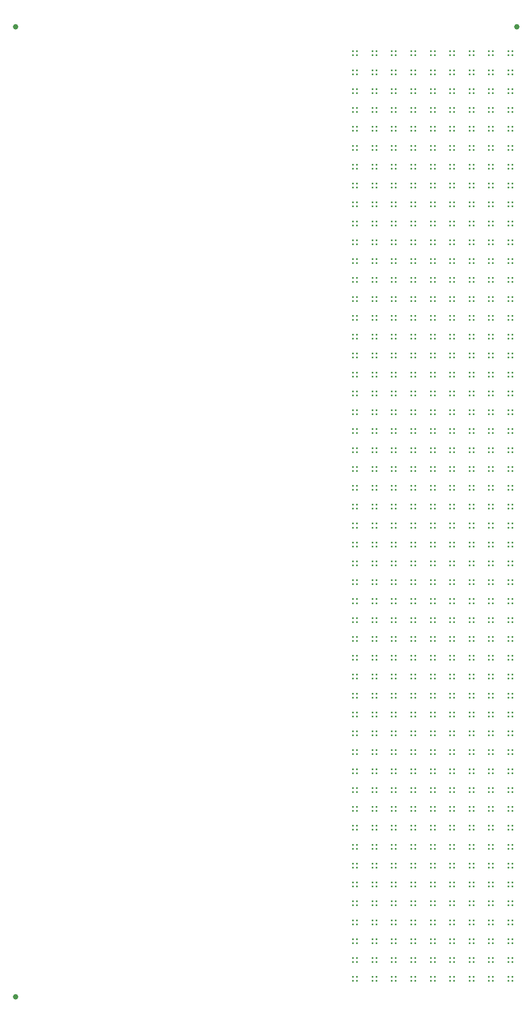
<source format=gtp>
G04 #@! TF.GenerationSoftware,KiCad,Pcbnew,7.0.2-6a45011f42~172~ubuntu22.04.1*
G04 #@! TF.CreationDate,2023-07-04T08:02:55+08:00*
G04 #@! TF.ProjectId,panel_50_1,70616e65-6c5f-4353-905f-312e6b696361,rev?*
G04 #@! TF.SameCoordinates,Original*
G04 #@! TF.FileFunction,Paste,Top*
G04 #@! TF.FilePolarity,Positive*
%FSLAX46Y46*%
G04 Gerber Fmt 4.6, Leading zero omitted, Abs format (unit mm)*
G04 Created by KiCad (PCBNEW 7.0.2-6a45011f42~172~ubuntu22.04.1) date 2023-07-04 08:02:55*
%MOMM*%
%LPD*%
G01*
G04 APERTURE LIST*
%ADD10R,0.450000X0.450000*%
%ADD11C,1.152000*%
G04 APERTURE END LIST*
D10*
G04 #@! TO.C,U5*
X91321834Y-36530000D03*
X90471834Y-36530000D03*
X91321834Y-35680000D03*
X90471834Y-35680000D03*
G04 #@! TD*
G04 #@! TO.C,U7*
X99549176Y-36530000D03*
X98699176Y-36530000D03*
X99549176Y-35680000D03*
X98699176Y-35680000D03*
G04 #@! TD*
G04 #@! TO.C,U6*
X95435505Y-32530000D03*
X94585505Y-32530000D03*
X95435505Y-31680000D03*
X94585505Y-31680000D03*
G04 #@! TD*
G04 #@! TO.C,U9*
X107776522Y-48530000D03*
X106926522Y-48530000D03*
X107776522Y-47680000D03*
X106926522Y-47680000D03*
G04 #@! TD*
G04 #@! TO.C,U9*
X107776522Y-92530000D03*
X106926522Y-92530000D03*
X107776522Y-91680000D03*
X106926522Y-91680000D03*
G04 #@! TD*
G04 #@! TO.C,U1*
X74867150Y-24530000D03*
X74017150Y-24530000D03*
X74867150Y-23680000D03*
X74017150Y-23680000D03*
G04 #@! TD*
G04 #@! TO.C,U7*
X99549176Y-76530000D03*
X98699176Y-76530000D03*
X99549176Y-75680000D03*
X98699176Y-75680000D03*
G04 #@! TD*
G04 #@! TO.C,U3*
X83094492Y-76530000D03*
X82244492Y-76530000D03*
X83094492Y-75680000D03*
X82244492Y-75680000D03*
G04 #@! TD*
G04 #@! TO.C,U2*
X78980821Y-28530000D03*
X78130821Y-28530000D03*
X78980821Y-27680000D03*
X78130821Y-27680000D03*
G04 #@! TD*
G04 #@! TO.C,U6*
X95435505Y-180530000D03*
X94585505Y-180530000D03*
X95435505Y-179680000D03*
X94585505Y-179680000D03*
G04 #@! TD*
G04 #@! TO.C,U4*
X87208163Y-68530000D03*
X86358163Y-68530000D03*
X87208163Y-67680000D03*
X86358163Y-67680000D03*
G04 #@! TD*
G04 #@! TO.C,U3*
X83094492Y-104530000D03*
X82244492Y-104530000D03*
X83094492Y-103680000D03*
X82244492Y-103680000D03*
G04 #@! TD*
G04 #@! TO.C,U9*
X107776522Y-84530000D03*
X106926522Y-84530000D03*
X107776522Y-83680000D03*
X106926522Y-83680000D03*
G04 #@! TD*
G04 #@! TO.C,U7*
X99549176Y-68530000D03*
X98699176Y-68530000D03*
X99549176Y-67680000D03*
X98699176Y-67680000D03*
G04 #@! TD*
G04 #@! TO.C,U2*
X78980821Y-16530000D03*
X78130821Y-16530000D03*
X78980821Y-15680000D03*
X78130821Y-15680000D03*
G04 #@! TD*
G04 #@! TO.C,U7*
X99549176Y-188530000D03*
X98699176Y-188530000D03*
X99549176Y-187680000D03*
X98699176Y-187680000D03*
G04 #@! TD*
G04 #@! TO.C,U6*
X95435505Y-72530000D03*
X94585505Y-72530000D03*
X95435505Y-71680000D03*
X94585505Y-71680000D03*
G04 #@! TD*
G04 #@! TO.C,U2*
X78980821Y-44530000D03*
X78130821Y-44530000D03*
X78980821Y-43680000D03*
X78130821Y-43680000D03*
G04 #@! TD*
G04 #@! TO.C,U1*
X74867150Y-104530000D03*
X74017150Y-104530000D03*
X74867150Y-103680000D03*
X74017150Y-103680000D03*
G04 #@! TD*
G04 #@! TO.C,U7*
X99549176Y-48530000D03*
X98699176Y-48530000D03*
X99549176Y-47680000D03*
X98699176Y-47680000D03*
G04 #@! TD*
G04 #@! TO.C,U1*
X74867150Y-100530000D03*
X74017150Y-100530000D03*
X74867150Y-99680000D03*
X74017150Y-99680000D03*
G04 #@! TD*
G04 #@! TO.C,U6*
X95435505Y-188530000D03*
X94585505Y-188530000D03*
X95435505Y-187680000D03*
X94585505Y-187680000D03*
G04 #@! TD*
G04 #@! TO.C,U1*
X74867150Y-64530000D03*
X74017150Y-64530000D03*
X74867150Y-63680000D03*
X74017150Y-63680000D03*
G04 #@! TD*
G04 #@! TO.C,U9*
X107776522Y-200530000D03*
X106926522Y-200530000D03*
X107776522Y-199680000D03*
X106926522Y-199680000D03*
G04 #@! TD*
G04 #@! TO.C,U8*
X103662847Y-28530000D03*
X102812847Y-28530000D03*
X103662847Y-27680000D03*
X102812847Y-27680000D03*
G04 #@! TD*
G04 #@! TO.C,U9*
X107776522Y-36530000D03*
X106926522Y-36530000D03*
X107776522Y-35680000D03*
X106926522Y-35680000D03*
G04 #@! TD*
G04 #@! TO.C,U9*
X107776522Y-88530000D03*
X106926522Y-88530000D03*
X107776522Y-87680000D03*
X106926522Y-87680000D03*
G04 #@! TD*
G04 #@! TO.C,U6*
X95435505Y-204530000D03*
X94585505Y-204530000D03*
X95435505Y-203680000D03*
X94585505Y-203680000D03*
G04 #@! TD*
G04 #@! TO.C,U2*
X78980821Y-132530000D03*
X78130821Y-132530000D03*
X78980821Y-131680000D03*
X78130821Y-131680000D03*
G04 #@! TD*
G04 #@! TO.C,U6*
X95435505Y-44530000D03*
X94585505Y-44530000D03*
X95435505Y-43680000D03*
X94585505Y-43680000D03*
G04 #@! TD*
G04 #@! TO.C,U2*
X78980821Y-60530000D03*
X78130821Y-60530000D03*
X78980821Y-59680000D03*
X78130821Y-59680000D03*
G04 #@! TD*
G04 #@! TO.C,U1*
X74867150Y-156530000D03*
X74017150Y-156530000D03*
X74867150Y-155680000D03*
X74017150Y-155680000D03*
G04 #@! TD*
D11*
G04 #@! TO.C,REF\u002A\u002A*
X2500000Y-207900000D03*
G04 #@! TD*
D10*
G04 #@! TO.C,U1*
X74867150Y-136530000D03*
X74017150Y-136530000D03*
X74867150Y-135680000D03*
X74017150Y-135680000D03*
G04 #@! TD*
G04 #@! TO.C,U4*
X87208163Y-24530000D03*
X86358163Y-24530000D03*
X87208163Y-23680000D03*
X86358163Y-23680000D03*
G04 #@! TD*
G04 #@! TO.C,U2*
X78980821Y-72530000D03*
X78130821Y-72530000D03*
X78980821Y-71680000D03*
X78130821Y-71680000D03*
G04 #@! TD*
G04 #@! TO.C,U2*
X78980821Y-64530000D03*
X78130821Y-64530000D03*
X78980821Y-63680000D03*
X78130821Y-63680000D03*
G04 #@! TD*
G04 #@! TO.C,U3*
X83094492Y-172530000D03*
X82244492Y-172530000D03*
X83094492Y-171680000D03*
X82244492Y-171680000D03*
G04 #@! TD*
G04 #@! TO.C,U2*
X78980821Y-152530000D03*
X78130821Y-152530000D03*
X78980821Y-151680000D03*
X78130821Y-151680000D03*
G04 #@! TD*
G04 #@! TO.C,U3*
X83094492Y-204530000D03*
X82244492Y-204530000D03*
X83094492Y-203680000D03*
X82244492Y-203680000D03*
G04 #@! TD*
G04 #@! TO.C,U8*
X103662847Y-88530000D03*
X102812847Y-88530000D03*
X103662847Y-87680000D03*
X102812847Y-87680000D03*
G04 #@! TD*
G04 #@! TO.C,U1*
X74867150Y-68530000D03*
X74017150Y-68530000D03*
X74867150Y-67680000D03*
X74017150Y-67680000D03*
G04 #@! TD*
G04 #@! TO.C,U6*
X95435505Y-16530000D03*
X94585505Y-16530000D03*
X95435505Y-15680000D03*
X94585505Y-15680000D03*
G04 #@! TD*
G04 #@! TO.C,U9*
X107776522Y-56530000D03*
X106926522Y-56530000D03*
X107776522Y-55680000D03*
X106926522Y-55680000D03*
G04 #@! TD*
G04 #@! TO.C,U9*
X107776522Y-104530000D03*
X106926522Y-104530000D03*
X107776522Y-103680000D03*
X106926522Y-103680000D03*
G04 #@! TD*
G04 #@! TO.C,U1*
X74867150Y-176530000D03*
X74017150Y-176530000D03*
X74867150Y-175680000D03*
X74017150Y-175680000D03*
G04 #@! TD*
G04 #@! TO.C,U5*
X91321834Y-12530000D03*
X90471834Y-12530000D03*
X91321834Y-11680000D03*
X90471834Y-11680000D03*
G04 #@! TD*
G04 #@! TO.C,U6*
X95435505Y-40530000D03*
X94585505Y-40530000D03*
X95435505Y-39680000D03*
X94585505Y-39680000D03*
G04 #@! TD*
G04 #@! TO.C,U3*
X83094492Y-132530000D03*
X82244492Y-132530000D03*
X83094492Y-131680000D03*
X82244492Y-131680000D03*
G04 #@! TD*
G04 #@! TO.C,U7*
X99549176Y-172530000D03*
X98699176Y-172530000D03*
X99549176Y-171680000D03*
X98699176Y-171680000D03*
G04 #@! TD*
G04 #@! TO.C,U3*
X83094492Y-180530000D03*
X82244492Y-180530000D03*
X83094492Y-179680000D03*
X82244492Y-179680000D03*
G04 #@! TD*
G04 #@! TO.C,U7*
X99549176Y-144530000D03*
X98699176Y-144530000D03*
X99549176Y-143680000D03*
X98699176Y-143680000D03*
G04 #@! TD*
D11*
G04 #@! TO.C,REF\u002A\u002A*
X2500000Y-2500000D03*
G04 #@! TD*
D10*
G04 #@! TO.C,U7*
X99549176Y-24530000D03*
X98699176Y-24530000D03*
X99549176Y-23680000D03*
X98699176Y-23680000D03*
G04 #@! TD*
G04 #@! TO.C,U2*
X78980821Y-148530000D03*
X78130821Y-148530000D03*
X78980821Y-147680000D03*
X78130821Y-147680000D03*
G04 #@! TD*
G04 #@! TO.C,U4*
X87208163Y-144530000D03*
X86358163Y-144530000D03*
X87208163Y-143680000D03*
X86358163Y-143680000D03*
G04 #@! TD*
G04 #@! TO.C,U9*
X107776522Y-176530000D03*
X106926522Y-176530000D03*
X107776522Y-175680000D03*
X106926522Y-175680000D03*
G04 #@! TD*
G04 #@! TO.C,U1*
X74867150Y-48530000D03*
X74017150Y-48530000D03*
X74867150Y-47680000D03*
X74017150Y-47680000D03*
G04 #@! TD*
G04 #@! TO.C,U5*
X91321834Y-176530000D03*
X90471834Y-176530000D03*
X91321834Y-175680000D03*
X90471834Y-175680000D03*
G04 #@! TD*
G04 #@! TO.C,U2*
X78980821Y-48530000D03*
X78130821Y-48530000D03*
X78980821Y-47680000D03*
X78130821Y-47680000D03*
G04 #@! TD*
G04 #@! TO.C,U9*
X107776522Y-204530000D03*
X106926522Y-204530000D03*
X107776522Y-203680000D03*
X106926522Y-203680000D03*
G04 #@! TD*
G04 #@! TO.C,U6*
X95435505Y-104530000D03*
X94585505Y-104530000D03*
X95435505Y-103680000D03*
X94585505Y-103680000D03*
G04 #@! TD*
G04 #@! TO.C,U3*
X83094492Y-156530000D03*
X82244492Y-156530000D03*
X83094492Y-155680000D03*
X82244492Y-155680000D03*
G04 #@! TD*
G04 #@! TO.C,U9*
X107776522Y-144530000D03*
X106926522Y-144530000D03*
X107776522Y-143680000D03*
X106926522Y-143680000D03*
G04 #@! TD*
G04 #@! TO.C,U5*
X91321834Y-64530000D03*
X90471834Y-64530000D03*
X91321834Y-63680000D03*
X90471834Y-63680000D03*
G04 #@! TD*
G04 #@! TO.C,U6*
X95435505Y-80530000D03*
X94585505Y-80530000D03*
X95435505Y-79680000D03*
X94585505Y-79680000D03*
G04 #@! TD*
G04 #@! TO.C,U3*
X83094492Y-120530000D03*
X82244492Y-120530000D03*
X83094492Y-119680000D03*
X82244492Y-119680000D03*
G04 #@! TD*
G04 #@! TO.C,U3*
X83094492Y-8530000D03*
X82244492Y-8530000D03*
X83094492Y-7680000D03*
X82244492Y-7680000D03*
G04 #@! TD*
G04 #@! TO.C,U4*
X87208163Y-96530000D03*
X86358163Y-96530000D03*
X87208163Y-95680000D03*
X86358163Y-95680000D03*
G04 #@! TD*
G04 #@! TO.C,U6*
X95435505Y-120530000D03*
X94585505Y-120530000D03*
X95435505Y-119680000D03*
X94585505Y-119680000D03*
G04 #@! TD*
G04 #@! TO.C,U8*
X103662847Y-8530000D03*
X102812847Y-8530000D03*
X103662847Y-7680000D03*
X102812847Y-7680000D03*
G04 #@! TD*
G04 #@! TO.C,U3*
X83094492Y-68530000D03*
X82244492Y-68530000D03*
X83094492Y-67680000D03*
X82244492Y-67680000D03*
G04 #@! TD*
G04 #@! TO.C,U9*
X107776522Y-108530000D03*
X106926522Y-108530000D03*
X107776522Y-107680000D03*
X106926522Y-107680000D03*
G04 #@! TD*
G04 #@! TO.C,U3*
X83094492Y-152530000D03*
X82244492Y-152530000D03*
X83094492Y-151680000D03*
X82244492Y-151680000D03*
G04 #@! TD*
G04 #@! TO.C,U5*
X91321834Y-136530000D03*
X90471834Y-136530000D03*
X91321834Y-135680000D03*
X90471834Y-135680000D03*
G04 #@! TD*
G04 #@! TO.C,U7*
X99549176Y-104530000D03*
X98699176Y-104530000D03*
X99549176Y-103680000D03*
X98699176Y-103680000D03*
G04 #@! TD*
G04 #@! TO.C,U3*
X83094492Y-72530000D03*
X82244492Y-72530000D03*
X83094492Y-71680000D03*
X82244492Y-71680000D03*
G04 #@! TD*
G04 #@! TO.C,U7*
X99549176Y-28530000D03*
X98699176Y-28530000D03*
X99549176Y-27680000D03*
X98699176Y-27680000D03*
G04 #@! TD*
G04 #@! TO.C,U8*
X103662847Y-96530000D03*
X102812847Y-96530000D03*
X103662847Y-95680000D03*
X102812847Y-95680000D03*
G04 #@! TD*
G04 #@! TO.C,U1*
X74867150Y-140530000D03*
X74017150Y-140530000D03*
X74867150Y-139680000D03*
X74017150Y-139680000D03*
G04 #@! TD*
G04 #@! TO.C,U9*
X107776522Y-132530000D03*
X106926522Y-132530000D03*
X107776522Y-131680000D03*
X106926522Y-131680000D03*
G04 #@! TD*
G04 #@! TO.C,U7*
X99549176Y-80530000D03*
X98699176Y-80530000D03*
X99549176Y-79680000D03*
X98699176Y-79680000D03*
G04 #@! TD*
G04 #@! TO.C,U9*
X107776522Y-156530000D03*
X106926522Y-156530000D03*
X107776522Y-155680000D03*
X106926522Y-155680000D03*
G04 #@! TD*
G04 #@! TO.C,U6*
X95435505Y-164530000D03*
X94585505Y-164530000D03*
X95435505Y-163680000D03*
X94585505Y-163680000D03*
G04 #@! TD*
G04 #@! TO.C,U5*
X91321834Y-124530000D03*
X90471834Y-124530000D03*
X91321834Y-123680000D03*
X90471834Y-123680000D03*
G04 #@! TD*
G04 #@! TO.C,U8*
X103662847Y-24530000D03*
X102812847Y-24530000D03*
X103662847Y-23680000D03*
X102812847Y-23680000D03*
G04 #@! TD*
G04 #@! TO.C,U5*
X91321834Y-200530000D03*
X90471834Y-200530000D03*
X91321834Y-199680000D03*
X90471834Y-199680000D03*
G04 #@! TD*
G04 #@! TO.C,U8*
X103662847Y-44530000D03*
X102812847Y-44530000D03*
X103662847Y-43680000D03*
X102812847Y-43680000D03*
G04 #@! TD*
G04 #@! TO.C,U6*
X95435505Y-196530000D03*
X94585505Y-196530000D03*
X95435505Y-195680000D03*
X94585505Y-195680000D03*
G04 #@! TD*
G04 #@! TO.C,U4*
X87208163Y-60530000D03*
X86358163Y-60530000D03*
X87208163Y-59680000D03*
X86358163Y-59680000D03*
G04 #@! TD*
G04 #@! TO.C,U1*
X74867150Y-32530000D03*
X74017150Y-32530000D03*
X74867150Y-31680000D03*
X74017150Y-31680000D03*
G04 #@! TD*
G04 #@! TO.C,U1*
X74867150Y-56530000D03*
X74017150Y-56530000D03*
X74867150Y-55680000D03*
X74017150Y-55680000D03*
G04 #@! TD*
G04 #@! TO.C,U7*
X99549176Y-184530000D03*
X98699176Y-184530000D03*
X99549176Y-183680000D03*
X98699176Y-183680000D03*
G04 #@! TD*
G04 #@! TO.C,U3*
X83094492Y-176530000D03*
X82244492Y-176530000D03*
X83094492Y-175680000D03*
X82244492Y-175680000D03*
G04 #@! TD*
G04 #@! TO.C,U3*
X83094492Y-128530000D03*
X82244492Y-128530000D03*
X83094492Y-127680000D03*
X82244492Y-127680000D03*
G04 #@! TD*
G04 #@! TO.C,U3*
X83094492Y-140530000D03*
X82244492Y-140530000D03*
X83094492Y-139680000D03*
X82244492Y-139680000D03*
G04 #@! TD*
G04 #@! TO.C,U7*
X99549176Y-192530000D03*
X98699176Y-192530000D03*
X99549176Y-191680000D03*
X98699176Y-191680000D03*
G04 #@! TD*
G04 #@! TO.C,U4*
X87208163Y-132530000D03*
X86358163Y-132530000D03*
X87208163Y-131680000D03*
X86358163Y-131680000D03*
G04 #@! TD*
G04 #@! TO.C,U4*
X87208163Y-20530000D03*
X86358163Y-20530000D03*
X87208163Y-19680000D03*
X86358163Y-19680000D03*
G04 #@! TD*
G04 #@! TO.C,U4*
X87208163Y-124530000D03*
X86358163Y-124530000D03*
X87208163Y-123680000D03*
X86358163Y-123680000D03*
G04 #@! TD*
G04 #@! TO.C,U5*
X91321834Y-148530000D03*
X90471834Y-148530000D03*
X91321834Y-147680000D03*
X90471834Y-147680000D03*
G04 #@! TD*
G04 #@! TO.C,U2*
X78980821Y-164530000D03*
X78130821Y-164530000D03*
X78980821Y-163680000D03*
X78130821Y-163680000D03*
G04 #@! TD*
G04 #@! TO.C,U1*
X74867150Y-152530000D03*
X74017150Y-152530000D03*
X74867150Y-151680000D03*
X74017150Y-151680000D03*
G04 #@! TD*
G04 #@! TO.C,U1*
X74867150Y-8530000D03*
X74017150Y-8530000D03*
X74867150Y-7680000D03*
X74017150Y-7680000D03*
G04 #@! TD*
G04 #@! TO.C,U7*
X99549176Y-12530000D03*
X98699176Y-12530000D03*
X99549176Y-11680000D03*
X98699176Y-11680000D03*
G04 #@! TD*
G04 #@! TO.C,U4*
X87208163Y-192530000D03*
X86358163Y-192530000D03*
X87208163Y-191680000D03*
X86358163Y-191680000D03*
G04 #@! TD*
G04 #@! TO.C,U8*
X103662847Y-120530000D03*
X102812847Y-120530000D03*
X103662847Y-119680000D03*
X102812847Y-119680000D03*
G04 #@! TD*
G04 #@! TO.C,U1*
X74867150Y-40530000D03*
X74017150Y-40530000D03*
X74867150Y-39680000D03*
X74017150Y-39680000D03*
G04 #@! TD*
G04 #@! TO.C,U5*
X91321834Y-120530000D03*
X90471834Y-120530000D03*
X91321834Y-119680000D03*
X90471834Y-119680000D03*
G04 #@! TD*
G04 #@! TO.C,U9*
X107776522Y-24530000D03*
X106926522Y-24530000D03*
X107776522Y-23680000D03*
X106926522Y-23680000D03*
G04 #@! TD*
G04 #@! TO.C,U9*
X107776522Y-116530000D03*
X106926522Y-116530000D03*
X107776522Y-115680000D03*
X106926522Y-115680000D03*
G04 #@! TD*
G04 #@! TO.C,U4*
X87208163Y-196530000D03*
X86358163Y-196530000D03*
X87208163Y-195680000D03*
X86358163Y-195680000D03*
G04 #@! TD*
G04 #@! TO.C,U3*
X83094492Y-80530000D03*
X82244492Y-80530000D03*
X83094492Y-79680000D03*
X82244492Y-79680000D03*
G04 #@! TD*
G04 #@! TO.C,U5*
X91321834Y-32530000D03*
X90471834Y-32530000D03*
X91321834Y-31680000D03*
X90471834Y-31680000D03*
G04 #@! TD*
G04 #@! TO.C,U2*
X78980821Y-116530000D03*
X78130821Y-116530000D03*
X78980821Y-115680000D03*
X78130821Y-115680000D03*
G04 #@! TD*
G04 #@! TO.C,U7*
X99549176Y-112530000D03*
X98699176Y-112530000D03*
X99549176Y-111680000D03*
X98699176Y-111680000D03*
G04 #@! TD*
G04 #@! TO.C,U6*
X95435505Y-20530000D03*
X94585505Y-20530000D03*
X95435505Y-19680000D03*
X94585505Y-19680000D03*
G04 #@! TD*
G04 #@! TO.C,U6*
X95435505Y-168530000D03*
X94585505Y-168530000D03*
X95435505Y-167680000D03*
X94585505Y-167680000D03*
G04 #@! TD*
G04 #@! TO.C,U9*
X107776522Y-188530000D03*
X106926522Y-188530000D03*
X107776522Y-187680000D03*
X106926522Y-187680000D03*
G04 #@! TD*
G04 #@! TO.C,U3*
X83094492Y-32530000D03*
X82244492Y-32530000D03*
X83094492Y-31680000D03*
X82244492Y-31680000D03*
G04 #@! TD*
G04 #@! TO.C,U5*
X91321834Y-160530000D03*
X90471834Y-160530000D03*
X91321834Y-159680000D03*
X90471834Y-159680000D03*
G04 #@! TD*
G04 #@! TO.C,U1*
X74867150Y-184530000D03*
X74017150Y-184530000D03*
X74867150Y-183680000D03*
X74017150Y-183680000D03*
G04 #@! TD*
G04 #@! TO.C,U7*
X99549176Y-148530000D03*
X98699176Y-148530000D03*
X99549176Y-147680000D03*
X98699176Y-147680000D03*
G04 #@! TD*
G04 #@! TO.C,U4*
X87208163Y-164530000D03*
X86358163Y-164530000D03*
X87208163Y-163680000D03*
X86358163Y-163680000D03*
G04 #@! TD*
G04 #@! TO.C,U4*
X87208163Y-72530000D03*
X86358163Y-72530000D03*
X87208163Y-71680000D03*
X86358163Y-71680000D03*
G04 #@! TD*
G04 #@! TO.C,U1*
X74867150Y-180530000D03*
X74017150Y-180530000D03*
X74867150Y-179680000D03*
X74017150Y-179680000D03*
G04 #@! TD*
G04 #@! TO.C,U1*
X74867150Y-116530000D03*
X74017150Y-116530000D03*
X74867150Y-115680000D03*
X74017150Y-115680000D03*
G04 #@! TD*
G04 #@! TO.C,U7*
X99549176Y-56530000D03*
X98699176Y-56530000D03*
X99549176Y-55680000D03*
X98699176Y-55680000D03*
G04 #@! TD*
G04 #@! TO.C,U6*
X95435505Y-116530000D03*
X94585505Y-116530000D03*
X95435505Y-115680000D03*
X94585505Y-115680000D03*
G04 #@! TD*
G04 #@! TO.C,U9*
X107776522Y-100530000D03*
X106926522Y-100530000D03*
X107776522Y-99680000D03*
X106926522Y-99680000D03*
G04 #@! TD*
G04 #@! TO.C,U6*
X95435505Y-48530000D03*
X94585505Y-48530000D03*
X95435505Y-47680000D03*
X94585505Y-47680000D03*
G04 #@! TD*
G04 #@! TO.C,U1*
X74867150Y-108530000D03*
X74017150Y-108530000D03*
X74867150Y-107680000D03*
X74017150Y-107680000D03*
G04 #@! TD*
G04 #@! TO.C,U4*
X87208163Y-28530000D03*
X86358163Y-28530000D03*
X87208163Y-27680000D03*
X86358163Y-27680000D03*
G04 #@! TD*
G04 #@! TO.C,U8*
X103662847Y-204530000D03*
X102812847Y-204530000D03*
X103662847Y-203680000D03*
X102812847Y-203680000D03*
G04 #@! TD*
G04 #@! TO.C,U1*
X74867150Y-196530000D03*
X74017150Y-196530000D03*
X74867150Y-195680000D03*
X74017150Y-195680000D03*
G04 #@! TD*
G04 #@! TO.C,U9*
X107776522Y-8530000D03*
X106926522Y-8530000D03*
X107776522Y-7680000D03*
X106926522Y-7680000D03*
G04 #@! TD*
G04 #@! TO.C,U3*
X83094492Y-148530000D03*
X82244492Y-148530000D03*
X83094492Y-147680000D03*
X82244492Y-147680000D03*
G04 #@! TD*
G04 #@! TO.C,U2*
X78980821Y-12530000D03*
X78130821Y-12530000D03*
X78980821Y-11680000D03*
X78130821Y-11680000D03*
G04 #@! TD*
G04 #@! TO.C,U3*
X83094492Y-192530000D03*
X82244492Y-192530000D03*
X83094492Y-191680000D03*
X82244492Y-191680000D03*
G04 #@! TD*
G04 #@! TO.C,U8*
X103662847Y-136530000D03*
X102812847Y-136530000D03*
X103662847Y-135680000D03*
X102812847Y-135680000D03*
G04 #@! TD*
G04 #@! TO.C,U5*
X91321834Y-16530000D03*
X90471834Y-16530000D03*
X91321834Y-15680000D03*
X90471834Y-15680000D03*
G04 #@! TD*
G04 #@! TO.C,U6*
X95435505Y-88530000D03*
X94585505Y-88530000D03*
X95435505Y-87680000D03*
X94585505Y-87680000D03*
G04 #@! TD*
G04 #@! TO.C,U3*
X83094492Y-164530000D03*
X82244492Y-164530000D03*
X83094492Y-163680000D03*
X82244492Y-163680000D03*
G04 #@! TD*
G04 #@! TO.C,U5*
X91321834Y-84530000D03*
X90471834Y-84530000D03*
X91321834Y-83680000D03*
X90471834Y-83680000D03*
G04 #@! TD*
G04 #@! TO.C,U6*
X95435505Y-68530000D03*
X94585505Y-68530000D03*
X95435505Y-67680000D03*
X94585505Y-67680000D03*
G04 #@! TD*
G04 #@! TO.C,U7*
X99549176Y-8530000D03*
X98699176Y-8530000D03*
X99549176Y-7680000D03*
X98699176Y-7680000D03*
G04 #@! TD*
G04 #@! TO.C,U4*
X87208163Y-108530000D03*
X86358163Y-108530000D03*
X87208163Y-107680000D03*
X86358163Y-107680000D03*
G04 #@! TD*
G04 #@! TO.C,U1*
X74867150Y-160530000D03*
X74017150Y-160530000D03*
X74867150Y-159680000D03*
X74017150Y-159680000D03*
G04 #@! TD*
G04 #@! TO.C,U4*
X87208163Y-76530000D03*
X86358163Y-76530000D03*
X87208163Y-75680000D03*
X86358163Y-75680000D03*
G04 #@! TD*
G04 #@! TO.C,U3*
X83094492Y-100530000D03*
X82244492Y-100530000D03*
X83094492Y-99680000D03*
X82244492Y-99680000D03*
G04 #@! TD*
G04 #@! TO.C,U2*
X78980821Y-140530000D03*
X78130821Y-140530000D03*
X78980821Y-139680000D03*
X78130821Y-139680000D03*
G04 #@! TD*
G04 #@! TO.C,U4*
X87208163Y-120530000D03*
X86358163Y-120530000D03*
X87208163Y-119680000D03*
X86358163Y-119680000D03*
G04 #@! TD*
G04 #@! TO.C,U6*
X95435505Y-176530000D03*
X94585505Y-176530000D03*
X95435505Y-175680000D03*
X94585505Y-175680000D03*
G04 #@! TD*
G04 #@! TO.C,U5*
X91321834Y-164530000D03*
X90471834Y-164530000D03*
X91321834Y-163680000D03*
X90471834Y-163680000D03*
G04 #@! TD*
G04 #@! TO.C,U2*
X78980821Y-168530000D03*
X78130821Y-168530000D03*
X78980821Y-167680000D03*
X78130821Y-167680000D03*
G04 #@! TD*
G04 #@! TO.C,U1*
X74867150Y-124530000D03*
X74017150Y-124530000D03*
X74867150Y-123680000D03*
X74017150Y-123680000D03*
G04 #@! TD*
G04 #@! TO.C,U5*
X91321834Y-48530000D03*
X90471834Y-48530000D03*
X91321834Y-47680000D03*
X90471834Y-47680000D03*
G04 #@! TD*
G04 #@! TO.C,U1*
X74867150Y-200530000D03*
X74017150Y-200530000D03*
X74867150Y-199680000D03*
X74017150Y-199680000D03*
G04 #@! TD*
G04 #@! TO.C,U1*
X74867150Y-72530000D03*
X74017150Y-72530000D03*
X74867150Y-71680000D03*
X74017150Y-71680000D03*
G04 #@! TD*
G04 #@! TO.C,U6*
X95435505Y-148530000D03*
X94585505Y-148530000D03*
X95435505Y-147680000D03*
X94585505Y-147680000D03*
G04 #@! TD*
G04 #@! TO.C,U2*
X78980821Y-40530000D03*
X78130821Y-40530000D03*
X78980821Y-39680000D03*
X78130821Y-39680000D03*
G04 #@! TD*
G04 #@! TO.C,U9*
X107776522Y-136530000D03*
X106926522Y-136530000D03*
X107776522Y-135680000D03*
X106926522Y-135680000D03*
G04 #@! TD*
G04 #@! TO.C,U2*
X78980821Y-76530000D03*
X78130821Y-76530000D03*
X78980821Y-75680000D03*
X78130821Y-75680000D03*
G04 #@! TD*
G04 #@! TO.C,U4*
X87208163Y-32530000D03*
X86358163Y-32530000D03*
X87208163Y-31680000D03*
X86358163Y-31680000D03*
G04 #@! TD*
G04 #@! TO.C,U2*
X78980821Y-56530000D03*
X78130821Y-56530000D03*
X78980821Y-55680000D03*
X78130821Y-55680000D03*
G04 #@! TD*
G04 #@! TO.C,U4*
X87208163Y-80530000D03*
X86358163Y-80530000D03*
X87208163Y-79680000D03*
X86358163Y-79680000D03*
G04 #@! TD*
G04 #@! TO.C,U4*
X87208163Y-100530000D03*
X86358163Y-100530000D03*
X87208163Y-99680000D03*
X86358163Y-99680000D03*
G04 #@! TD*
G04 #@! TO.C,U3*
X83094492Y-168530000D03*
X82244492Y-168530000D03*
X83094492Y-167680000D03*
X82244492Y-167680000D03*
G04 #@! TD*
G04 #@! TO.C,U9*
X107776522Y-120530000D03*
X106926522Y-120530000D03*
X107776522Y-119680000D03*
X106926522Y-119680000D03*
G04 #@! TD*
G04 #@! TO.C,U2*
X78980821Y-112530000D03*
X78130821Y-112530000D03*
X78980821Y-111680000D03*
X78130821Y-111680000D03*
G04 #@! TD*
G04 #@! TO.C,U7*
X99549176Y-40530000D03*
X98699176Y-40530000D03*
X99549176Y-39680000D03*
X98699176Y-39680000D03*
G04 #@! TD*
G04 #@! TO.C,U8*
X103662847Y-124530000D03*
X102812847Y-124530000D03*
X103662847Y-123680000D03*
X102812847Y-123680000D03*
G04 #@! TD*
G04 #@! TO.C,U2*
X78980821Y-120530000D03*
X78130821Y-120530000D03*
X78980821Y-119680000D03*
X78130821Y-119680000D03*
G04 #@! TD*
G04 #@! TO.C,U3*
X83094492Y-196530000D03*
X82244492Y-196530000D03*
X83094492Y-195680000D03*
X82244492Y-195680000D03*
G04 #@! TD*
G04 #@! TO.C,U7*
X99549176Y-128530000D03*
X98699176Y-128530000D03*
X99549176Y-127680000D03*
X98699176Y-127680000D03*
G04 #@! TD*
G04 #@! TO.C,U5*
X91321834Y-80530000D03*
X90471834Y-80530000D03*
X91321834Y-79680000D03*
X90471834Y-79680000D03*
G04 #@! TD*
G04 #@! TO.C,U8*
X103662847Y-60530000D03*
X102812847Y-60530000D03*
X103662847Y-59680000D03*
X102812847Y-59680000D03*
G04 #@! TD*
G04 #@! TO.C,U7*
X99549176Y-96530000D03*
X98699176Y-96530000D03*
X99549176Y-95680000D03*
X98699176Y-95680000D03*
G04 #@! TD*
G04 #@! TO.C,U2*
X78980821Y-180530000D03*
X78130821Y-180530000D03*
X78980821Y-179680000D03*
X78130821Y-179680000D03*
G04 #@! TD*
G04 #@! TO.C,U8*
X103662847Y-176530000D03*
X102812847Y-176530000D03*
X103662847Y-175680000D03*
X102812847Y-175680000D03*
G04 #@! TD*
G04 #@! TO.C,U8*
X103662847Y-180530000D03*
X102812847Y-180530000D03*
X103662847Y-179680000D03*
X102812847Y-179680000D03*
G04 #@! TD*
G04 #@! TO.C,U7*
X99549176Y-132530000D03*
X98699176Y-132530000D03*
X99549176Y-131680000D03*
X98699176Y-131680000D03*
G04 #@! TD*
G04 #@! TO.C,U8*
X103662847Y-108530000D03*
X102812847Y-108530000D03*
X103662847Y-107680000D03*
X102812847Y-107680000D03*
G04 #@! TD*
G04 #@! TO.C,U7*
X99549176Y-136530000D03*
X98699176Y-136530000D03*
X99549176Y-135680000D03*
X98699176Y-135680000D03*
G04 #@! TD*
G04 #@! TO.C,U4*
X87208163Y-104530000D03*
X86358163Y-104530000D03*
X87208163Y-103680000D03*
X86358163Y-103680000D03*
G04 #@! TD*
G04 #@! TO.C,U7*
X99549176Y-156530000D03*
X98699176Y-156530000D03*
X99549176Y-155680000D03*
X98699176Y-155680000D03*
G04 #@! TD*
G04 #@! TO.C,U1*
X74867150Y-148530000D03*
X74017150Y-148530000D03*
X74867150Y-147680000D03*
X74017150Y-147680000D03*
G04 #@! TD*
G04 #@! TO.C,U1*
X74867150Y-84530000D03*
X74017150Y-84530000D03*
X74867150Y-83680000D03*
X74017150Y-83680000D03*
G04 #@! TD*
G04 #@! TO.C,U3*
X83094492Y-16530000D03*
X82244492Y-16530000D03*
X83094492Y-15680000D03*
X82244492Y-15680000D03*
G04 #@! TD*
G04 #@! TO.C,U5*
X91321834Y-40530000D03*
X90471834Y-40530000D03*
X91321834Y-39680000D03*
X90471834Y-39680000D03*
G04 #@! TD*
G04 #@! TO.C,U6*
X95435505Y-56530000D03*
X94585505Y-56530000D03*
X95435505Y-55680000D03*
X94585505Y-55680000D03*
G04 #@! TD*
G04 #@! TO.C,U9*
X107776522Y-40530000D03*
X106926522Y-40530000D03*
X107776522Y-39680000D03*
X106926522Y-39680000D03*
G04 #@! TD*
G04 #@! TO.C,U6*
X95435505Y-160530000D03*
X94585505Y-160530000D03*
X95435505Y-159680000D03*
X94585505Y-159680000D03*
G04 #@! TD*
G04 #@! TO.C,U9*
X107776522Y-196530000D03*
X106926522Y-196530000D03*
X107776522Y-195680000D03*
X106926522Y-195680000D03*
G04 #@! TD*
G04 #@! TO.C,U8*
X103662847Y-100530000D03*
X102812847Y-100530000D03*
X103662847Y-99680000D03*
X102812847Y-99680000D03*
G04 #@! TD*
G04 #@! TO.C,U3*
X83094492Y-24530000D03*
X82244492Y-24530000D03*
X83094492Y-23680000D03*
X82244492Y-23680000D03*
G04 #@! TD*
G04 #@! TO.C,U8*
X103662847Y-40530000D03*
X102812847Y-40530000D03*
X103662847Y-39680000D03*
X102812847Y-39680000D03*
G04 #@! TD*
G04 #@! TO.C,U4*
X87208163Y-184530000D03*
X86358163Y-184530000D03*
X87208163Y-183680000D03*
X86358163Y-183680000D03*
G04 #@! TD*
G04 #@! TO.C,U6*
X95435505Y-156530000D03*
X94585505Y-156530000D03*
X95435505Y-155680000D03*
X94585505Y-155680000D03*
G04 #@! TD*
G04 #@! TO.C,U2*
X78980821Y-156530000D03*
X78130821Y-156530000D03*
X78980821Y-155680000D03*
X78130821Y-155680000D03*
G04 #@! TD*
G04 #@! TO.C,U1*
X74867150Y-92530000D03*
X74017150Y-92530000D03*
X74867150Y-91680000D03*
X74017150Y-91680000D03*
G04 #@! TD*
G04 #@! TO.C,U3*
X83094492Y-28530000D03*
X82244492Y-28530000D03*
X83094492Y-27680000D03*
X82244492Y-27680000D03*
G04 #@! TD*
G04 #@! TO.C,U2*
X78980821Y-36530000D03*
X78130821Y-36530000D03*
X78980821Y-35680000D03*
X78130821Y-35680000D03*
G04 #@! TD*
G04 #@! TO.C,U6*
X95435505Y-144530000D03*
X94585505Y-144530000D03*
X95435505Y-143680000D03*
X94585505Y-143680000D03*
G04 #@! TD*
G04 #@! TO.C,U1*
X74867150Y-52530000D03*
X74017150Y-52530000D03*
X74867150Y-51680000D03*
X74017150Y-51680000D03*
G04 #@! TD*
G04 #@! TO.C,U1*
X74867150Y-16530000D03*
X74017150Y-16530000D03*
X74867150Y-15680000D03*
X74017150Y-15680000D03*
G04 #@! TD*
G04 #@! TO.C,U4*
X87208163Y-116530000D03*
X86358163Y-116530000D03*
X87208163Y-115680000D03*
X86358163Y-115680000D03*
G04 #@! TD*
G04 #@! TO.C,U1*
X74867150Y-36530000D03*
X74017150Y-36530000D03*
X74867150Y-35680000D03*
X74017150Y-35680000D03*
G04 #@! TD*
G04 #@! TO.C,U8*
X103662847Y-36530000D03*
X102812847Y-36530000D03*
X103662847Y-35680000D03*
X102812847Y-35680000D03*
G04 #@! TD*
G04 #@! TO.C,U6*
X95435505Y-52530000D03*
X94585505Y-52530000D03*
X95435505Y-51680000D03*
X94585505Y-51680000D03*
G04 #@! TD*
G04 #@! TO.C,U9*
X107776522Y-72530000D03*
X106926522Y-72530000D03*
X107776522Y-71680000D03*
X106926522Y-71680000D03*
G04 #@! TD*
G04 #@! TO.C,U3*
X83094492Y-124530000D03*
X82244492Y-124530000D03*
X83094492Y-123680000D03*
X82244492Y-123680000D03*
G04 #@! TD*
G04 #@! TO.C,U7*
X99549176Y-64530000D03*
X98699176Y-64530000D03*
X99549176Y-63680000D03*
X98699176Y-63680000D03*
G04 #@! TD*
G04 #@! TO.C,U7*
X99549176Y-84530000D03*
X98699176Y-84530000D03*
X99549176Y-83680000D03*
X98699176Y-83680000D03*
G04 #@! TD*
G04 #@! TO.C,U9*
X107776522Y-112530000D03*
X106926522Y-112530000D03*
X107776522Y-111680000D03*
X106926522Y-111680000D03*
G04 #@! TD*
G04 #@! TO.C,U7*
X99549176Y-160530000D03*
X98699176Y-160530000D03*
X99549176Y-159680000D03*
X98699176Y-159680000D03*
G04 #@! TD*
G04 #@! TO.C,U7*
X99549176Y-16530000D03*
X98699176Y-16530000D03*
X99549176Y-15680000D03*
X98699176Y-15680000D03*
G04 #@! TD*
G04 #@! TO.C,U2*
X78980821Y-32530000D03*
X78130821Y-32530000D03*
X78980821Y-31680000D03*
X78130821Y-31680000D03*
G04 #@! TD*
G04 #@! TO.C,U5*
X91321834Y-100530000D03*
X90471834Y-100530000D03*
X91321834Y-99680000D03*
X90471834Y-99680000D03*
G04 #@! TD*
G04 #@! TO.C,U3*
X83094492Y-144530000D03*
X82244492Y-144530000D03*
X83094492Y-143680000D03*
X82244492Y-143680000D03*
G04 #@! TD*
G04 #@! TO.C,U8*
X103662847Y-16530000D03*
X102812847Y-16530000D03*
X103662847Y-15680000D03*
X102812847Y-15680000D03*
G04 #@! TD*
G04 #@! TO.C,U6*
X95435505Y-64530000D03*
X94585505Y-64530000D03*
X95435505Y-63680000D03*
X94585505Y-63680000D03*
G04 #@! TD*
G04 #@! TO.C,U6*
X95435505Y-172530000D03*
X94585505Y-172530000D03*
X95435505Y-171680000D03*
X94585505Y-171680000D03*
G04 #@! TD*
G04 #@! TO.C,U1*
X74867150Y-60530000D03*
X74017150Y-60530000D03*
X74867150Y-59680000D03*
X74017150Y-59680000D03*
G04 #@! TD*
G04 #@! TO.C,U5*
X91321834Y-152530000D03*
X90471834Y-152530000D03*
X91321834Y-151680000D03*
X90471834Y-151680000D03*
G04 #@! TD*
G04 #@! TO.C,U2*
X78980821Y-84530000D03*
X78130821Y-84530000D03*
X78980821Y-83680000D03*
X78130821Y-83680000D03*
G04 #@! TD*
G04 #@! TO.C,U4*
X87208163Y-180530000D03*
X86358163Y-180530000D03*
X87208163Y-179680000D03*
X86358163Y-179680000D03*
G04 #@! TD*
G04 #@! TO.C,U7*
X99549176Y-108530000D03*
X98699176Y-108530000D03*
X99549176Y-107680000D03*
X98699176Y-107680000D03*
G04 #@! TD*
G04 #@! TO.C,U6*
X95435505Y-100530000D03*
X94585505Y-100530000D03*
X95435505Y-99680000D03*
X94585505Y-99680000D03*
G04 #@! TD*
G04 #@! TO.C,U9*
X107776522Y-128530000D03*
X106926522Y-128530000D03*
X107776522Y-127680000D03*
X106926522Y-127680000D03*
G04 #@! TD*
G04 #@! TO.C,U8*
X103662847Y-188530000D03*
X102812847Y-188530000D03*
X103662847Y-187680000D03*
X102812847Y-187680000D03*
G04 #@! TD*
G04 #@! TO.C,U2*
X78980821Y-68530000D03*
X78130821Y-68530000D03*
X78980821Y-67680000D03*
X78130821Y-67680000D03*
G04 #@! TD*
G04 #@! TO.C,U3*
X83094492Y-116530000D03*
X82244492Y-116530000D03*
X83094492Y-115680000D03*
X82244492Y-115680000D03*
G04 #@! TD*
G04 #@! TO.C,U8*
X103662847Y-132530000D03*
X102812847Y-132530000D03*
X103662847Y-131680000D03*
X102812847Y-131680000D03*
G04 #@! TD*
G04 #@! TO.C,U4*
X87208163Y-128530000D03*
X86358163Y-128530000D03*
X87208163Y-127680000D03*
X86358163Y-127680000D03*
G04 #@! TD*
G04 #@! TO.C,U7*
X99549176Y-164530000D03*
X98699176Y-164530000D03*
X99549176Y-163680000D03*
X98699176Y-163680000D03*
G04 #@! TD*
D11*
G04 #@! TO.C,REF\u002A\u002A*
X108690000Y-2500000D03*
G04 #@! TD*
D10*
G04 #@! TO.C,U7*
X99549176Y-204530000D03*
X98699176Y-204530000D03*
X99549176Y-203680000D03*
X98699176Y-203680000D03*
G04 #@! TD*
G04 #@! TO.C,U4*
X87208163Y-140530000D03*
X86358163Y-140530000D03*
X87208163Y-139680000D03*
X86358163Y-139680000D03*
G04 #@! TD*
G04 #@! TO.C,U7*
X99549176Y-100530000D03*
X98699176Y-100530000D03*
X99549176Y-99680000D03*
X98699176Y-99680000D03*
G04 #@! TD*
G04 #@! TO.C,U3*
X83094492Y-36530000D03*
X82244492Y-36530000D03*
X83094492Y-35680000D03*
X82244492Y-35680000D03*
G04 #@! TD*
G04 #@! TO.C,U3*
X83094492Y-112530000D03*
X82244492Y-112530000D03*
X83094492Y-111680000D03*
X82244492Y-111680000D03*
G04 #@! TD*
G04 #@! TO.C,U9*
X107776522Y-32530000D03*
X106926522Y-32530000D03*
X107776522Y-31680000D03*
X106926522Y-31680000D03*
G04 #@! TD*
G04 #@! TO.C,U3*
X83094492Y-52530000D03*
X82244492Y-52530000D03*
X83094492Y-51680000D03*
X82244492Y-51680000D03*
G04 #@! TD*
G04 #@! TO.C,U5*
X91321834Y-96530000D03*
X90471834Y-96530000D03*
X91321834Y-95680000D03*
X90471834Y-95680000D03*
G04 #@! TD*
G04 #@! TO.C,U2*
X78980821Y-104530000D03*
X78130821Y-104530000D03*
X78980821Y-103680000D03*
X78130821Y-103680000D03*
G04 #@! TD*
G04 #@! TO.C,U1*
X74867150Y-132530000D03*
X74017150Y-132530000D03*
X74867150Y-131680000D03*
X74017150Y-131680000D03*
G04 #@! TD*
G04 #@! TO.C,U5*
X91321834Y-132530000D03*
X90471834Y-132530000D03*
X91321834Y-131680000D03*
X90471834Y-131680000D03*
G04 #@! TD*
G04 #@! TO.C,U5*
X91321834Y-144530000D03*
X90471834Y-144530000D03*
X91321834Y-143680000D03*
X90471834Y-143680000D03*
G04 #@! TD*
G04 #@! TO.C,U6*
X95435505Y-108530000D03*
X94585505Y-108530000D03*
X95435505Y-107680000D03*
X94585505Y-107680000D03*
G04 #@! TD*
G04 #@! TO.C,U3*
X83094492Y-188530000D03*
X82244492Y-188530000D03*
X83094492Y-187680000D03*
X82244492Y-187680000D03*
G04 #@! TD*
G04 #@! TO.C,U8*
X103662847Y-48530000D03*
X102812847Y-48530000D03*
X103662847Y-47680000D03*
X102812847Y-47680000D03*
G04 #@! TD*
G04 #@! TO.C,U3*
X83094492Y-200530000D03*
X82244492Y-200530000D03*
X83094492Y-199680000D03*
X82244492Y-199680000D03*
G04 #@! TD*
G04 #@! TO.C,U3*
X83094492Y-84530000D03*
X82244492Y-84530000D03*
X83094492Y-83680000D03*
X82244492Y-83680000D03*
G04 #@! TD*
G04 #@! TO.C,U2*
X78980821Y-128530000D03*
X78130821Y-128530000D03*
X78980821Y-127680000D03*
X78130821Y-127680000D03*
G04 #@! TD*
G04 #@! TO.C,U4*
X87208163Y-64530000D03*
X86358163Y-64530000D03*
X87208163Y-63680000D03*
X86358163Y-63680000D03*
G04 #@! TD*
G04 #@! TO.C,U8*
X103662847Y-144530000D03*
X102812847Y-144530000D03*
X103662847Y-143680000D03*
X102812847Y-143680000D03*
G04 #@! TD*
G04 #@! TO.C,U5*
X91321834Y-20530000D03*
X90471834Y-20530000D03*
X91321834Y-19680000D03*
X90471834Y-19680000D03*
G04 #@! TD*
G04 #@! TO.C,U7*
X99549176Y-60530000D03*
X98699176Y-60530000D03*
X99549176Y-59680000D03*
X98699176Y-59680000D03*
G04 #@! TD*
G04 #@! TO.C,U5*
X91321834Y-72530000D03*
X90471834Y-72530000D03*
X91321834Y-71680000D03*
X90471834Y-71680000D03*
G04 #@! TD*
G04 #@! TO.C,U5*
X91321834Y-168530000D03*
X90471834Y-168530000D03*
X91321834Y-167680000D03*
X90471834Y-167680000D03*
G04 #@! TD*
G04 #@! TO.C,U4*
X87208163Y-112530000D03*
X86358163Y-112530000D03*
X87208163Y-111680000D03*
X86358163Y-111680000D03*
G04 #@! TD*
G04 #@! TO.C,U6*
X95435505Y-84530000D03*
X94585505Y-84530000D03*
X95435505Y-83680000D03*
X94585505Y-83680000D03*
G04 #@! TD*
G04 #@! TO.C,U5*
X91321834Y-8530000D03*
X90471834Y-8530000D03*
X91321834Y-7680000D03*
X90471834Y-7680000D03*
G04 #@! TD*
G04 #@! TO.C,U4*
X87208163Y-92530000D03*
X86358163Y-92530000D03*
X87208163Y-91680000D03*
X86358163Y-91680000D03*
G04 #@! TD*
G04 #@! TO.C,U9*
X107776522Y-44530000D03*
X106926522Y-44530000D03*
X107776522Y-43680000D03*
X106926522Y-43680000D03*
G04 #@! TD*
G04 #@! TO.C,U3*
X83094492Y-160530000D03*
X82244492Y-160530000D03*
X83094492Y-159680000D03*
X82244492Y-159680000D03*
G04 #@! TD*
G04 #@! TO.C,U8*
X103662847Y-168530000D03*
X102812847Y-168530000D03*
X103662847Y-167680000D03*
X102812847Y-167680000D03*
G04 #@! TD*
G04 #@! TO.C,U3*
X83094492Y-108530000D03*
X82244492Y-108530000D03*
X83094492Y-107680000D03*
X82244492Y-107680000D03*
G04 #@! TD*
G04 #@! TO.C,U5*
X91321834Y-184530000D03*
X90471834Y-184530000D03*
X91321834Y-183680000D03*
X90471834Y-183680000D03*
G04 #@! TD*
G04 #@! TO.C,U9*
X107776522Y-152530000D03*
X106926522Y-152530000D03*
X107776522Y-151680000D03*
X106926522Y-151680000D03*
G04 #@! TD*
G04 #@! TO.C,U8*
X103662847Y-140530000D03*
X102812847Y-140530000D03*
X103662847Y-139680000D03*
X102812847Y-139680000D03*
G04 #@! TD*
G04 #@! TO.C,U5*
X91321834Y-196530000D03*
X90471834Y-196530000D03*
X91321834Y-195680000D03*
X90471834Y-195680000D03*
G04 #@! TD*
G04 #@! TO.C,U2*
X78980821Y-144530000D03*
X78130821Y-144530000D03*
X78980821Y-143680000D03*
X78130821Y-143680000D03*
G04 #@! TD*
G04 #@! TO.C,U7*
X99549176Y-116530000D03*
X98699176Y-116530000D03*
X99549176Y-115680000D03*
X98699176Y-115680000D03*
G04 #@! TD*
G04 #@! TO.C,U9*
X107776522Y-20530000D03*
X106926522Y-20530000D03*
X107776522Y-19680000D03*
X106926522Y-19680000D03*
G04 #@! TD*
G04 #@! TO.C,U2*
X78980821Y-80530000D03*
X78130821Y-80530000D03*
X78980821Y-79680000D03*
X78130821Y-79680000D03*
G04 #@! TD*
G04 #@! TO.C,U6*
X95435505Y-192530000D03*
X94585505Y-192530000D03*
X95435505Y-191680000D03*
X94585505Y-191680000D03*
G04 #@! TD*
G04 #@! TO.C,U4*
X87208163Y-44530000D03*
X86358163Y-44530000D03*
X87208163Y-43680000D03*
X86358163Y-43680000D03*
G04 #@! TD*
G04 #@! TO.C,U5*
X91321834Y-68530000D03*
X90471834Y-68530000D03*
X91321834Y-67680000D03*
X90471834Y-67680000D03*
G04 #@! TD*
G04 #@! TO.C,U8*
X103662847Y-76530000D03*
X102812847Y-76530000D03*
X103662847Y-75680000D03*
X102812847Y-75680000D03*
G04 #@! TD*
G04 #@! TO.C,U8*
X103662847Y-64530000D03*
X102812847Y-64530000D03*
X103662847Y-63680000D03*
X102812847Y-63680000D03*
G04 #@! TD*
G04 #@! TO.C,U4*
X87208163Y-56530000D03*
X86358163Y-56530000D03*
X87208163Y-55680000D03*
X86358163Y-55680000D03*
G04 #@! TD*
G04 #@! TO.C,U5*
X91321834Y-128530000D03*
X90471834Y-128530000D03*
X91321834Y-127680000D03*
X90471834Y-127680000D03*
G04 #@! TD*
G04 #@! TO.C,U7*
X99549176Y-92530000D03*
X98699176Y-92530000D03*
X99549176Y-91680000D03*
X98699176Y-91680000D03*
G04 #@! TD*
G04 #@! TO.C,U2*
X78980821Y-96530000D03*
X78130821Y-96530000D03*
X78980821Y-95680000D03*
X78130821Y-95680000D03*
G04 #@! TD*
G04 #@! TO.C,U7*
X99549176Y-32530000D03*
X98699176Y-32530000D03*
X99549176Y-31680000D03*
X98699176Y-31680000D03*
G04 #@! TD*
G04 #@! TO.C,U3*
X83094492Y-40530000D03*
X82244492Y-40530000D03*
X83094492Y-39680000D03*
X82244492Y-39680000D03*
G04 #@! TD*
G04 #@! TO.C,U8*
X103662847Y-80530000D03*
X102812847Y-80530000D03*
X103662847Y-79680000D03*
X102812847Y-79680000D03*
G04 #@! TD*
G04 #@! TO.C,U6*
X95435505Y-96530000D03*
X94585505Y-96530000D03*
X95435505Y-95680000D03*
X94585505Y-95680000D03*
G04 #@! TD*
G04 #@! TO.C,U9*
X107776522Y-168530000D03*
X106926522Y-168530000D03*
X107776522Y-167680000D03*
X106926522Y-167680000D03*
G04 #@! TD*
G04 #@! TO.C,U2*
X78980821Y-92530000D03*
X78130821Y-92530000D03*
X78980821Y-91680000D03*
X78130821Y-91680000D03*
G04 #@! TD*
G04 #@! TO.C,U3*
X83094492Y-44530000D03*
X82244492Y-44530000D03*
X83094492Y-43680000D03*
X82244492Y-43680000D03*
G04 #@! TD*
G04 #@! TO.C,U8*
X103662847Y-164530000D03*
X102812847Y-164530000D03*
X103662847Y-163680000D03*
X102812847Y-163680000D03*
G04 #@! TD*
G04 #@! TO.C,U4*
X87208163Y-172530000D03*
X86358163Y-172530000D03*
X87208163Y-171680000D03*
X86358163Y-171680000D03*
G04 #@! TD*
G04 #@! TO.C,U5*
X91321834Y-44530000D03*
X90471834Y-44530000D03*
X91321834Y-43680000D03*
X90471834Y-43680000D03*
G04 #@! TD*
G04 #@! TO.C,U2*
X78980821Y-124530000D03*
X78130821Y-124530000D03*
X78980821Y-123680000D03*
X78130821Y-123680000D03*
G04 #@! TD*
G04 #@! TO.C,U8*
X103662847Y-56530000D03*
X102812847Y-56530000D03*
X103662847Y-55680000D03*
X102812847Y-55680000D03*
G04 #@! TD*
G04 #@! TO.C,U2*
X78980821Y-52530000D03*
X78130821Y-52530000D03*
X78980821Y-51680000D03*
X78130821Y-51680000D03*
G04 #@! TD*
G04 #@! TO.C,U2*
X78980821Y-200530000D03*
X78130821Y-200530000D03*
X78980821Y-199680000D03*
X78130821Y-199680000D03*
G04 #@! TD*
G04 #@! TO.C,U2*
X78980821Y-108530000D03*
X78130821Y-108530000D03*
X78980821Y-107680000D03*
X78130821Y-107680000D03*
G04 #@! TD*
G04 #@! TO.C,U7*
X99549176Y-196530000D03*
X98699176Y-196530000D03*
X99549176Y-195680000D03*
X98699176Y-195680000D03*
G04 #@! TD*
G04 #@! TO.C,U5*
X91321834Y-108530000D03*
X90471834Y-108530000D03*
X91321834Y-107680000D03*
X90471834Y-107680000D03*
G04 #@! TD*
G04 #@! TO.C,U3*
X83094492Y-92530000D03*
X82244492Y-92530000D03*
X83094492Y-91680000D03*
X82244492Y-91680000D03*
G04 #@! TD*
G04 #@! TO.C,U4*
X87208163Y-136530000D03*
X86358163Y-136530000D03*
X87208163Y-135680000D03*
X86358163Y-135680000D03*
G04 #@! TD*
G04 #@! TO.C,U8*
X103662847Y-84530000D03*
X102812847Y-84530000D03*
X103662847Y-83680000D03*
X102812847Y-83680000D03*
G04 #@! TD*
G04 #@! TO.C,U5*
X91321834Y-116530000D03*
X90471834Y-116530000D03*
X91321834Y-115680000D03*
X90471834Y-115680000D03*
G04 #@! TD*
G04 #@! TO.C,U1*
X74867150Y-128530000D03*
X74017150Y-128530000D03*
X74867150Y-127680000D03*
X74017150Y-127680000D03*
G04 #@! TD*
G04 #@! TO.C,U8*
X103662847Y-192530000D03*
X102812847Y-192530000D03*
X103662847Y-191680000D03*
X102812847Y-191680000D03*
G04 #@! TD*
G04 #@! TO.C,U6*
X95435505Y-92530000D03*
X94585505Y-92530000D03*
X95435505Y-91680000D03*
X94585505Y-91680000D03*
G04 #@! TD*
G04 #@! TO.C,U2*
X78980821Y-160530000D03*
X78130821Y-160530000D03*
X78980821Y-159680000D03*
X78130821Y-159680000D03*
G04 #@! TD*
G04 #@! TO.C,U8*
X103662847Y-196530000D03*
X102812847Y-196530000D03*
X103662847Y-195680000D03*
X102812847Y-195680000D03*
G04 #@! TD*
G04 #@! TO.C,U4*
X87208163Y-8530000D03*
X86358163Y-8530000D03*
X87208163Y-7680000D03*
X86358163Y-7680000D03*
G04 #@! TD*
G04 #@! TO.C,U2*
X78980821Y-176530000D03*
X78130821Y-176530000D03*
X78980821Y-175680000D03*
X78130821Y-175680000D03*
G04 #@! TD*
G04 #@! TO.C,U4*
X87208163Y-160530000D03*
X86358163Y-160530000D03*
X87208163Y-159680000D03*
X86358163Y-159680000D03*
G04 #@! TD*
G04 #@! TO.C,U6*
X95435505Y-12530000D03*
X94585505Y-12530000D03*
X95435505Y-11680000D03*
X94585505Y-11680000D03*
G04 #@! TD*
G04 #@! TO.C,U8*
X103662847Y-148530000D03*
X102812847Y-148530000D03*
X103662847Y-147680000D03*
X102812847Y-147680000D03*
G04 #@! TD*
G04 #@! TO.C,U9*
X107776522Y-124530000D03*
X106926522Y-124530000D03*
X107776522Y-123680000D03*
X106926522Y-123680000D03*
G04 #@! TD*
G04 #@! TO.C,U2*
X78980821Y-204530000D03*
X78130821Y-204530000D03*
X78980821Y-203680000D03*
X78130821Y-203680000D03*
G04 #@! TD*
G04 #@! TO.C,U8*
X103662847Y-20530000D03*
X102812847Y-20530000D03*
X103662847Y-19680000D03*
X102812847Y-19680000D03*
G04 #@! TD*
G04 #@! TO.C,U8*
X103662847Y-72530000D03*
X102812847Y-72530000D03*
X103662847Y-71680000D03*
X102812847Y-71680000D03*
G04 #@! TD*
G04 #@! TO.C,U5*
X91321834Y-60530000D03*
X90471834Y-60530000D03*
X91321834Y-59680000D03*
X90471834Y-59680000D03*
G04 #@! TD*
G04 #@! TO.C,U8*
X103662847Y-116530000D03*
X102812847Y-116530000D03*
X103662847Y-115680000D03*
X102812847Y-115680000D03*
G04 #@! TD*
G04 #@! TO.C,U8*
X103662847Y-32530000D03*
X102812847Y-32530000D03*
X103662847Y-31680000D03*
X102812847Y-31680000D03*
G04 #@! TD*
G04 #@! TO.C,U2*
X78980821Y-188530000D03*
X78130821Y-188530000D03*
X78980821Y-187680000D03*
X78130821Y-187680000D03*
G04 #@! TD*
G04 #@! TO.C,U2*
X78980821Y-172530000D03*
X78130821Y-172530000D03*
X78980821Y-171680000D03*
X78130821Y-171680000D03*
G04 #@! TD*
G04 #@! TO.C,U3*
X83094492Y-64530000D03*
X82244492Y-64530000D03*
X83094492Y-63680000D03*
X82244492Y-63680000D03*
G04 #@! TD*
G04 #@! TO.C,U6*
X95435505Y-200530000D03*
X94585505Y-200530000D03*
X95435505Y-199680000D03*
X94585505Y-199680000D03*
G04 #@! TD*
G04 #@! TO.C,U7*
X99549176Y-120530000D03*
X98699176Y-120530000D03*
X99549176Y-119680000D03*
X98699176Y-119680000D03*
G04 #@! TD*
G04 #@! TO.C,U6*
X95435505Y-8530000D03*
X94585505Y-8530000D03*
X95435505Y-7680000D03*
X94585505Y-7680000D03*
G04 #@! TD*
G04 #@! TO.C,U9*
X107776522Y-164530000D03*
X106926522Y-164530000D03*
X107776522Y-163680000D03*
X106926522Y-163680000D03*
G04 #@! TD*
G04 #@! TO.C,U1*
X74867150Y-12530000D03*
X74017150Y-12530000D03*
X74867150Y-11680000D03*
X74017150Y-11680000D03*
G04 #@! TD*
G04 #@! TO.C,U5*
X91321834Y-180530000D03*
X90471834Y-180530000D03*
X91321834Y-179680000D03*
X90471834Y-179680000D03*
G04 #@! TD*
G04 #@! TO.C,U4*
X87208163Y-152530000D03*
X86358163Y-152530000D03*
X87208163Y-151680000D03*
X86358163Y-151680000D03*
G04 #@! TD*
G04 #@! TO.C,U6*
X95435505Y-184530000D03*
X94585505Y-184530000D03*
X95435505Y-183680000D03*
X94585505Y-183680000D03*
G04 #@! TD*
G04 #@! TO.C,U7*
X99549176Y-124530000D03*
X98699176Y-124530000D03*
X99549176Y-123680000D03*
X98699176Y-123680000D03*
G04 #@! TD*
G04 #@! TO.C,U7*
X99549176Y-180530000D03*
X98699176Y-180530000D03*
X99549176Y-179680000D03*
X98699176Y-179680000D03*
G04 #@! TD*
G04 #@! TO.C,U5*
X91321834Y-188530000D03*
X90471834Y-188530000D03*
X91321834Y-187680000D03*
X90471834Y-187680000D03*
G04 #@! TD*
G04 #@! TO.C,U4*
X87208163Y-156530000D03*
X86358163Y-156530000D03*
X87208163Y-155680000D03*
X86358163Y-155680000D03*
G04 #@! TD*
G04 #@! TO.C,U4*
X87208163Y-52530000D03*
X86358163Y-52530000D03*
X87208163Y-51680000D03*
X86358163Y-51680000D03*
G04 #@! TD*
G04 #@! TO.C,U2*
X78980821Y-192530000D03*
X78130821Y-192530000D03*
X78980821Y-191680000D03*
X78130821Y-191680000D03*
G04 #@! TD*
G04 #@! TO.C,U5*
X91321834Y-192530000D03*
X90471834Y-192530000D03*
X91321834Y-191680000D03*
X90471834Y-191680000D03*
G04 #@! TD*
G04 #@! TO.C,U6*
X95435505Y-112530000D03*
X94585505Y-112530000D03*
X95435505Y-111680000D03*
X94585505Y-111680000D03*
G04 #@! TD*
G04 #@! TO.C,U9*
X107776522Y-96530000D03*
X106926522Y-96530000D03*
X107776522Y-95680000D03*
X106926522Y-95680000D03*
G04 #@! TD*
G04 #@! TO.C,U3*
X83094492Y-88530000D03*
X82244492Y-88530000D03*
X83094492Y-87680000D03*
X82244492Y-87680000D03*
G04 #@! TD*
G04 #@! TO.C,U5*
X91321834Y-24530000D03*
X90471834Y-24530000D03*
X91321834Y-23680000D03*
X90471834Y-23680000D03*
G04 #@! TD*
G04 #@! TO.C,U5*
X91321834Y-52530000D03*
X90471834Y-52530000D03*
X91321834Y-51680000D03*
X90471834Y-51680000D03*
G04 #@! TD*
G04 #@! TO.C,U9*
X107776522Y-28530000D03*
X106926522Y-28530000D03*
X107776522Y-27680000D03*
X106926522Y-27680000D03*
G04 #@! TD*
G04 #@! TO.C,U5*
X91321834Y-172530000D03*
X90471834Y-172530000D03*
X91321834Y-171680000D03*
X90471834Y-171680000D03*
G04 #@! TD*
G04 #@! TO.C,U1*
X74867150Y-192530000D03*
X74017150Y-192530000D03*
X74867150Y-191680000D03*
X74017150Y-191680000D03*
G04 #@! TD*
G04 #@! TO.C,U8*
X103662847Y-152530000D03*
X102812847Y-152530000D03*
X103662847Y-151680000D03*
X102812847Y-151680000D03*
G04 #@! TD*
G04 #@! TO.C,U5*
X91321834Y-88530000D03*
X90471834Y-88530000D03*
X91321834Y-87680000D03*
X90471834Y-87680000D03*
G04 #@! TD*
G04 #@! TO.C,U1*
X74867150Y-112530000D03*
X74017150Y-112530000D03*
X74867150Y-111680000D03*
X74017150Y-111680000D03*
G04 #@! TD*
G04 #@! TO.C,U8*
X103662847Y-68530000D03*
X102812847Y-68530000D03*
X103662847Y-67680000D03*
X102812847Y-67680000D03*
G04 #@! TD*
G04 #@! TO.C,U4*
X87208163Y-204530000D03*
X86358163Y-204530000D03*
X87208163Y-203680000D03*
X86358163Y-203680000D03*
G04 #@! TD*
G04 #@! TO.C,U8*
X103662847Y-52530000D03*
X102812847Y-52530000D03*
X103662847Y-51680000D03*
X102812847Y-51680000D03*
G04 #@! TD*
G04 #@! TO.C,U8*
X103662847Y-184530000D03*
X102812847Y-184530000D03*
X103662847Y-183680000D03*
X102812847Y-183680000D03*
G04 #@! TD*
G04 #@! TO.C,U1*
X74867150Y-172530000D03*
X74017150Y-172530000D03*
X74867150Y-171680000D03*
X74017150Y-171680000D03*
G04 #@! TD*
G04 #@! TO.C,U3*
X83094492Y-48530000D03*
X82244492Y-48530000D03*
X83094492Y-47680000D03*
X82244492Y-47680000D03*
G04 #@! TD*
G04 #@! TO.C,U9*
X107776522Y-76530000D03*
X106926522Y-76530000D03*
X107776522Y-75680000D03*
X106926522Y-75680000D03*
G04 #@! TD*
G04 #@! TO.C,U8*
X103662847Y-128530000D03*
X102812847Y-128530000D03*
X103662847Y-127680000D03*
X102812847Y-127680000D03*
G04 #@! TD*
G04 #@! TO.C,U8*
X103662847Y-200530000D03*
X102812847Y-200530000D03*
X103662847Y-199680000D03*
X102812847Y-199680000D03*
G04 #@! TD*
G04 #@! TO.C,U6*
X95435505Y-60530000D03*
X94585505Y-60530000D03*
X95435505Y-59680000D03*
X94585505Y-59680000D03*
G04 #@! TD*
G04 #@! TO.C,U3*
X83094492Y-96530000D03*
X82244492Y-96530000D03*
X83094492Y-95680000D03*
X82244492Y-95680000D03*
G04 #@! TD*
G04 #@! TO.C,U7*
X99549176Y-44530000D03*
X98699176Y-44530000D03*
X99549176Y-43680000D03*
X98699176Y-43680000D03*
G04 #@! TD*
G04 #@! TO.C,U7*
X99549176Y-88530000D03*
X98699176Y-88530000D03*
X99549176Y-87680000D03*
X98699176Y-87680000D03*
G04 #@! TD*
G04 #@! TO.C,U4*
X87208163Y-48530000D03*
X86358163Y-48530000D03*
X87208163Y-47680000D03*
X86358163Y-47680000D03*
G04 #@! TD*
G04 #@! TO.C,U5*
X91321834Y-92530000D03*
X90471834Y-92530000D03*
X91321834Y-91680000D03*
X90471834Y-91680000D03*
G04 #@! TD*
G04 #@! TO.C,U9*
X107776522Y-52530000D03*
X106926522Y-52530000D03*
X107776522Y-51680000D03*
X106926522Y-51680000D03*
G04 #@! TD*
G04 #@! TO.C,U7*
X99549176Y-52530000D03*
X98699176Y-52530000D03*
X99549176Y-51680000D03*
X98699176Y-51680000D03*
G04 #@! TD*
G04 #@! TO.C,U9*
X107776522Y-148530000D03*
X106926522Y-148530000D03*
X107776522Y-147680000D03*
X106926522Y-147680000D03*
G04 #@! TD*
G04 #@! TO.C,U2*
X78980821Y-196530000D03*
X78130821Y-196530000D03*
X78980821Y-195680000D03*
X78130821Y-195680000D03*
G04 #@! TD*
G04 #@! TO.C,U9*
X107776522Y-180530000D03*
X106926522Y-180530000D03*
X107776522Y-179680000D03*
X106926522Y-179680000D03*
G04 #@! TD*
G04 #@! TO.C,U9*
X107776522Y-140530000D03*
X106926522Y-140530000D03*
X107776522Y-139680000D03*
X106926522Y-139680000D03*
G04 #@! TD*
G04 #@! TO.C,U1*
X74867150Y-164530000D03*
X74017150Y-164530000D03*
X74867150Y-163680000D03*
X74017150Y-163680000D03*
G04 #@! TD*
G04 #@! TO.C,U1*
X74867150Y-20530000D03*
X74017150Y-20530000D03*
X74867150Y-19680000D03*
X74017150Y-19680000D03*
G04 #@! TD*
G04 #@! TO.C,U1*
X74867150Y-76530000D03*
X74017150Y-76530000D03*
X74867150Y-75680000D03*
X74017150Y-75680000D03*
G04 #@! TD*
G04 #@! TO.C,U6*
X95435505Y-36530000D03*
X94585505Y-36530000D03*
X95435505Y-35680000D03*
X94585505Y-35680000D03*
G04 #@! TD*
G04 #@! TO.C,U9*
X107776522Y-184530000D03*
X106926522Y-184530000D03*
X107776522Y-183680000D03*
X106926522Y-183680000D03*
G04 #@! TD*
G04 #@! TO.C,U5*
X91321834Y-104530000D03*
X90471834Y-104530000D03*
X91321834Y-103680000D03*
X90471834Y-103680000D03*
G04 #@! TD*
G04 #@! TO.C,U2*
X78980821Y-136530000D03*
X78130821Y-136530000D03*
X78980821Y-135680000D03*
X78130821Y-135680000D03*
G04 #@! TD*
G04 #@! TO.C,U8*
X103662847Y-156530000D03*
X102812847Y-156530000D03*
X103662847Y-155680000D03*
X102812847Y-155680000D03*
G04 #@! TD*
G04 #@! TO.C,U3*
X83094492Y-20530000D03*
X82244492Y-20530000D03*
X83094492Y-19680000D03*
X82244492Y-19680000D03*
G04 #@! TD*
G04 #@! TO.C,U1*
X74867150Y-96530000D03*
X74017150Y-96530000D03*
X74867150Y-95680000D03*
X74017150Y-95680000D03*
G04 #@! TD*
G04 #@! TO.C,U4*
X87208163Y-16530000D03*
X86358163Y-16530000D03*
X87208163Y-15680000D03*
X86358163Y-15680000D03*
G04 #@! TD*
G04 #@! TO.C,U4*
X87208163Y-12530000D03*
X86358163Y-12530000D03*
X87208163Y-11680000D03*
X86358163Y-11680000D03*
G04 #@! TD*
G04 #@! TO.C,U4*
X87208163Y-176530000D03*
X86358163Y-176530000D03*
X87208163Y-175680000D03*
X86358163Y-175680000D03*
G04 #@! TD*
G04 #@! TO.C,U1*
X74867150Y-188530000D03*
X74017150Y-188530000D03*
X74867150Y-187680000D03*
X74017150Y-187680000D03*
G04 #@! TD*
G04 #@! TO.C,U7*
X99549176Y-176530000D03*
X98699176Y-176530000D03*
X99549176Y-175680000D03*
X98699176Y-175680000D03*
G04 #@! TD*
G04 #@! TO.C,U5*
X91321834Y-204530000D03*
X90471834Y-204530000D03*
X91321834Y-203680000D03*
X90471834Y-203680000D03*
G04 #@! TD*
G04 #@! TO.C,U2*
X78980821Y-88530000D03*
X78130821Y-88530000D03*
X78980821Y-87680000D03*
X78130821Y-87680000D03*
G04 #@! TD*
G04 #@! TO.C,U6*
X95435505Y-28530000D03*
X94585505Y-28530000D03*
X95435505Y-27680000D03*
X94585505Y-27680000D03*
G04 #@! TD*
G04 #@! TO.C,U2*
X78980821Y-8530000D03*
X78130821Y-8530000D03*
X78980821Y-7680000D03*
X78130821Y-7680000D03*
G04 #@! TD*
G04 #@! TO.C,U7*
X99549176Y-140530000D03*
X98699176Y-140530000D03*
X99549176Y-139680000D03*
X98699176Y-139680000D03*
G04 #@! TD*
G04 #@! TO.C,U8*
X103662847Y-12530000D03*
X102812847Y-12530000D03*
X103662847Y-11680000D03*
X102812847Y-11680000D03*
G04 #@! TD*
G04 #@! TO.C,U4*
X87208163Y-40530000D03*
X86358163Y-40530000D03*
X87208163Y-39680000D03*
X86358163Y-39680000D03*
G04 #@! TD*
G04 #@! TO.C,U9*
X107776522Y-172530000D03*
X106926522Y-172530000D03*
X107776522Y-171680000D03*
X106926522Y-171680000D03*
G04 #@! TD*
G04 #@! TO.C,U1*
X74867150Y-80530000D03*
X74017150Y-80530000D03*
X74867150Y-79680000D03*
X74017150Y-79680000D03*
G04 #@! TD*
G04 #@! TO.C,U9*
X107776522Y-192530000D03*
X106926522Y-192530000D03*
X107776522Y-191680000D03*
X106926522Y-191680000D03*
G04 #@! TD*
G04 #@! TO.C,U9*
X107776522Y-160530000D03*
X106926522Y-160530000D03*
X107776522Y-159680000D03*
X106926522Y-159680000D03*
G04 #@! TD*
G04 #@! TO.C,U6*
X95435505Y-152530000D03*
X94585505Y-152530000D03*
X95435505Y-151680000D03*
X94585505Y-151680000D03*
G04 #@! TD*
G04 #@! TO.C,U6*
X95435505Y-136530000D03*
X94585505Y-136530000D03*
X95435505Y-135680000D03*
X94585505Y-135680000D03*
G04 #@! TD*
G04 #@! TO.C,U8*
X103662847Y-160530000D03*
X102812847Y-160530000D03*
X103662847Y-159680000D03*
X102812847Y-159680000D03*
G04 #@! TD*
G04 #@! TO.C,U4*
X87208163Y-200530000D03*
X86358163Y-200530000D03*
X87208163Y-199680000D03*
X86358163Y-199680000D03*
G04 #@! TD*
G04 #@! TO.C,U5*
X91321834Y-140530000D03*
X90471834Y-140530000D03*
X91321834Y-139680000D03*
X90471834Y-139680000D03*
G04 #@! TD*
G04 #@! TO.C,U1*
X74867150Y-88530000D03*
X74017150Y-88530000D03*
X74867150Y-87680000D03*
X74017150Y-87680000D03*
G04 #@! TD*
G04 #@! TO.C,U6*
X95435505Y-124530000D03*
X94585505Y-124530000D03*
X95435505Y-123680000D03*
X94585505Y-123680000D03*
G04 #@! TD*
G04 #@! TO.C,U4*
X87208163Y-188530000D03*
X86358163Y-188530000D03*
X87208163Y-187680000D03*
X86358163Y-187680000D03*
G04 #@! TD*
G04 #@! TO.C,U1*
X74867150Y-28530000D03*
X74017150Y-28530000D03*
X74867150Y-27680000D03*
X74017150Y-27680000D03*
G04 #@! TD*
G04 #@! TO.C,U1*
X74867150Y-44530000D03*
X74017150Y-44530000D03*
X74867150Y-43680000D03*
X74017150Y-43680000D03*
G04 #@! TD*
G04 #@! TO.C,U5*
X91321834Y-156530000D03*
X90471834Y-156530000D03*
X91321834Y-155680000D03*
X90471834Y-155680000D03*
G04 #@! TD*
G04 #@! TO.C,U4*
X87208163Y-88530000D03*
X86358163Y-88530000D03*
X87208163Y-87680000D03*
X86358163Y-87680000D03*
G04 #@! TD*
G04 #@! TO.C,U3*
X83094492Y-12530000D03*
X82244492Y-12530000D03*
X83094492Y-11680000D03*
X82244492Y-11680000D03*
G04 #@! TD*
G04 #@! TO.C,U7*
X99549176Y-168530000D03*
X98699176Y-168530000D03*
X99549176Y-167680000D03*
X98699176Y-167680000D03*
G04 #@! TD*
G04 #@! TO.C,U6*
X95435505Y-132530000D03*
X94585505Y-132530000D03*
X95435505Y-131680000D03*
X94585505Y-131680000D03*
G04 #@! TD*
G04 #@! TO.C,U5*
X91321834Y-112530000D03*
X90471834Y-112530000D03*
X91321834Y-111680000D03*
X90471834Y-111680000D03*
G04 #@! TD*
G04 #@! TO.C,U5*
X91321834Y-28530000D03*
X90471834Y-28530000D03*
X91321834Y-27680000D03*
X90471834Y-27680000D03*
G04 #@! TD*
G04 #@! TO.C,U8*
X103662847Y-112530000D03*
X102812847Y-112530000D03*
X103662847Y-111680000D03*
X102812847Y-111680000D03*
G04 #@! TD*
G04 #@! TO.C,U9*
X107776522Y-16530000D03*
X106926522Y-16530000D03*
X107776522Y-15680000D03*
X106926522Y-15680000D03*
G04 #@! TD*
G04 #@! TO.C,U1*
X74867150Y-120530000D03*
X74017150Y-120530000D03*
X74867150Y-119680000D03*
X74017150Y-119680000D03*
G04 #@! TD*
G04 #@! TO.C,U9*
X107776522Y-12530000D03*
X106926522Y-12530000D03*
X107776522Y-11680000D03*
X106926522Y-11680000D03*
G04 #@! TD*
G04 #@! TO.C,U2*
X78980821Y-184530000D03*
X78130821Y-184530000D03*
X78980821Y-183680000D03*
X78130821Y-183680000D03*
G04 #@! TD*
G04 #@! TO.C,U6*
X95435505Y-128530000D03*
X94585505Y-128530000D03*
X95435505Y-127680000D03*
X94585505Y-127680000D03*
G04 #@! TD*
G04 #@! TO.C,U5*
X91321834Y-56530000D03*
X90471834Y-56530000D03*
X91321834Y-55680000D03*
X90471834Y-55680000D03*
G04 #@! TD*
G04 #@! TO.C,U4*
X87208163Y-168530000D03*
X86358163Y-168530000D03*
X87208163Y-167680000D03*
X86358163Y-167680000D03*
G04 #@! TD*
G04 #@! TO.C,U4*
X87208163Y-148530000D03*
X86358163Y-148530000D03*
X87208163Y-147680000D03*
X86358163Y-147680000D03*
G04 #@! TD*
G04 #@! TO.C,U9*
X107776522Y-64530000D03*
X106926522Y-64530000D03*
X107776522Y-63680000D03*
X106926522Y-63680000D03*
G04 #@! TD*
G04 #@! TO.C,U9*
X107776522Y-60530000D03*
X106926522Y-60530000D03*
X107776522Y-59680000D03*
X106926522Y-59680000D03*
G04 #@! TD*
G04 #@! TO.C,U2*
X78980821Y-24530000D03*
X78130821Y-24530000D03*
X78980821Y-23680000D03*
X78130821Y-23680000D03*
G04 #@! TD*
G04 #@! TO.C,U3*
X83094492Y-136530000D03*
X82244492Y-136530000D03*
X83094492Y-135680000D03*
X82244492Y-135680000D03*
G04 #@! TD*
G04 #@! TO.C,U1*
X74867150Y-204530000D03*
X74017150Y-204530000D03*
X74867150Y-203680000D03*
X74017150Y-203680000D03*
G04 #@! TD*
G04 #@! TO.C,U7*
X99549176Y-152530000D03*
X98699176Y-152530000D03*
X99549176Y-151680000D03*
X98699176Y-151680000D03*
G04 #@! TD*
G04 #@! TO.C,U6*
X95435505Y-140530000D03*
X94585505Y-140530000D03*
X95435505Y-139680000D03*
X94585505Y-139680000D03*
G04 #@! TD*
G04 #@! TO.C,U8*
X103662847Y-172530000D03*
X102812847Y-172530000D03*
X103662847Y-171680000D03*
X102812847Y-171680000D03*
G04 #@! TD*
G04 #@! TO.C,U8*
X103662847Y-92530000D03*
X102812847Y-92530000D03*
X103662847Y-91680000D03*
X102812847Y-91680000D03*
G04 #@! TD*
G04 #@! TO.C,U8*
X103662847Y-104530000D03*
X102812847Y-104530000D03*
X103662847Y-103680000D03*
X102812847Y-103680000D03*
G04 #@! TD*
G04 #@! TO.C,U2*
X78980821Y-100530000D03*
X78130821Y-100530000D03*
X78980821Y-99680000D03*
X78130821Y-99680000D03*
G04 #@! TD*
G04 #@! TO.C,U7*
X99549176Y-200530000D03*
X98699176Y-200530000D03*
X99549176Y-199680000D03*
X98699176Y-199680000D03*
G04 #@! TD*
G04 #@! TO.C,U1*
X74867150Y-144530000D03*
X74017150Y-144530000D03*
X74867150Y-143680000D03*
X74017150Y-143680000D03*
G04 #@! TD*
G04 #@! TO.C,U7*
X99549176Y-20530000D03*
X98699176Y-20530000D03*
X99549176Y-19680000D03*
X98699176Y-19680000D03*
G04 #@! TD*
G04 #@! TO.C,U2*
X78980821Y-20530000D03*
X78130821Y-20530000D03*
X78980821Y-19680000D03*
X78130821Y-19680000D03*
G04 #@! TD*
G04 #@! TO.C,U6*
X95435505Y-24530000D03*
X94585505Y-24530000D03*
X95435505Y-23680000D03*
X94585505Y-23680000D03*
G04 #@! TD*
G04 #@! TO.C,U1*
X74867150Y-168530000D03*
X74017150Y-168530000D03*
X74867150Y-167680000D03*
X74017150Y-167680000D03*
G04 #@! TD*
G04 #@! TO.C,U3*
X83094492Y-56530000D03*
X82244492Y-56530000D03*
X83094492Y-55680000D03*
X82244492Y-55680000D03*
G04 #@! TD*
G04 #@! TO.C,U4*
X87208163Y-36530000D03*
X86358163Y-36530000D03*
X87208163Y-35680000D03*
X86358163Y-35680000D03*
G04 #@! TD*
G04 #@! TO.C,U9*
X107776522Y-80530000D03*
X106926522Y-80530000D03*
X107776522Y-79680000D03*
X106926522Y-79680000D03*
G04 #@! TD*
G04 #@! TO.C,U3*
X83094492Y-184530000D03*
X82244492Y-184530000D03*
X83094492Y-183680000D03*
X82244492Y-183680000D03*
G04 #@! TD*
G04 #@! TO.C,U7*
X99549176Y-72530000D03*
X98699176Y-72530000D03*
X99549176Y-71680000D03*
X98699176Y-71680000D03*
G04 #@! TD*
G04 #@! TO.C,U5*
X91321834Y-76530000D03*
X90471834Y-76530000D03*
X91321834Y-75680000D03*
X90471834Y-75680000D03*
G04 #@! TD*
G04 #@! TO.C,U4*
X87208163Y-84530000D03*
X86358163Y-84530000D03*
X87208163Y-83680000D03*
X86358163Y-83680000D03*
G04 #@! TD*
G04 #@! TO.C,U6*
X95435505Y-76530000D03*
X94585505Y-76530000D03*
X95435505Y-75680000D03*
X94585505Y-75680000D03*
G04 #@! TD*
G04 #@! TO.C,U9*
X107776522Y-68530000D03*
X106926522Y-68530000D03*
X107776522Y-67680000D03*
X106926522Y-67680000D03*
G04 #@! TD*
G04 #@! TO.C,U3*
X83094492Y-60530000D03*
X82244492Y-60530000D03*
X83094492Y-59680000D03*
X82244492Y-59680000D03*
G04 #@! TD*
M02*

</source>
